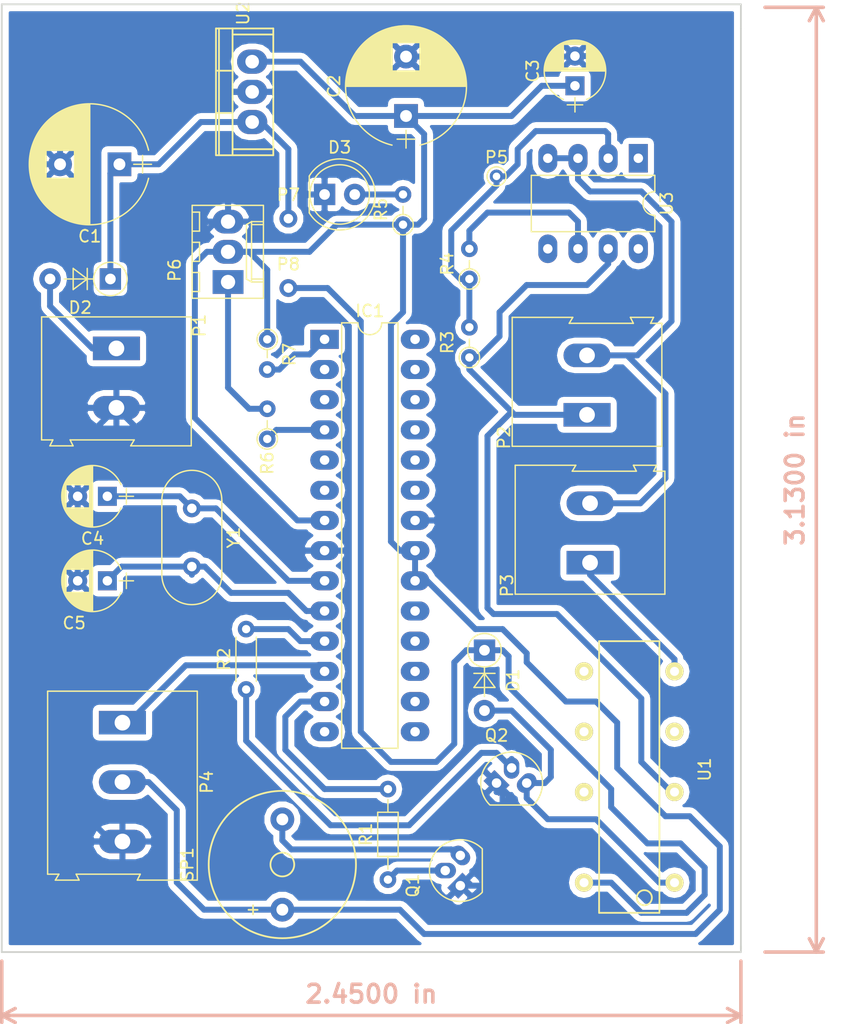
<source format=kicad_pcb>
(kicad_pcb (version 4) (host pcbnew 4.0.1-stable)
  (layers (0 F.Cu signal) (31 B.Cu signal) (34 B.Paste user) (35 F.Paste user) (36 B.SilkS user) (37 F.SilkS user) (38 B.Mask user) (39 F.Mask user) (44 Edge.Cuts user))
  (net 0 "")
  (net 1 12V)
  (net 2 GND)
  (net 3 5V)
  (net 4 "Net-(C4-Pad1)")
  (net 5 "Net-(C5-Pad1)")
  (net 6 "Net-(D1-Pad2)")
  (net 7 "Net-(D2-Pad2)")
  (net 8 "Net-(D3-Pad2)")
  (net 9 RST)
  (net 10 "Net-(IC1-Pad15)")
  (net 11 "Net-(IC1-Pad2)")
  (net 12 "Net-(IC1-Pad16)")
  (net 13 "Net-(IC1-Pad3)")
  (net 14 S_Rx)
  (net 15 "Net-(IC1-Pad5)")
  (net 16 "Net-(IC1-Pad6)")
  (net 17 "Net-(IC1-Pad24)")
  (net 18 C_IGNICION)
  (net 19 "Net-(IC1-Pad25)")
  (net 20 C_SERVO)
  (net 21 "Net-(IC1-Pad26)")
  (net 22 C_BUZZER)
  (net 23 "Net-(IC1-Pad27)")
  (net 24 "Net-(IC1-Pad14)")
  (net 25 "Net-(IC1-Pad28)")
  (net 26 VB2)
  (net 27 GND_2)
  (net 28 HV_C)
  (net 29 "Net-(Q2-Pad2)")
  (net 30 "Net-(U1-Pad3)")
  (net 31 "Net-(U1-Pad5)")
  (net 32 "Net-(U1-Pad6)")
  (net 33 "Net-(U1-Pad7)")
  (net 34 "Net-(U3-Pad1)")
  (net 35 "Net-(U3-Pad5)")
  (net 36 "Net-(IC1-Pad17)")
  (net 37 "Net-(IC1-Pad18)")
  (net 38 "Net-(IC1-Pad19)")
  (net 39 "Net-(P5-Pad1)")
  (net 40 "Net-(P6-Pad1)")
  (net 41 "Net-(Q1-Pad2)")
  (net 42 "Net-(Q1-Pad3)")
  (net 43 "Net-(R4-Pad2)")
  (net 44 "Net-(IC1-Pad23)")
  (net 45 12V_1)
  (module Housings_DIP:DIP-28_W7.62mm_LongPads (layer F.Cu) (at 186.944 90.424)
    (fp_text reference IC1 (at 3.81 -2.39) (layer F.SilkS))
    (fp_text value ATMEGA8-P)
    (pad 1 thru_hole rect (at 0 0) (size 2.4 1.6) (drill 0.8) (layers *.Cu *.Mask) (net 9 RST))
    (pad 15 thru_hole oval (at 7.62 33.02) (size 2.4 1.6) (drill 0.8) (layers *.Cu *.Mask) (net 10 "Net-(IC1-Pad15)"))
    (pad 2 thru_hole oval (at 0 2.54) (size 2.4 1.6) (drill 0.8) (layers *.Cu *.Mask) (net 11 "Net-(IC1-Pad2)"))
    (pad 16 thru_hole oval (at 7.62 30.48) (size 2.4 1.6) (drill 0.8) (layers *.Cu *.Mask) (net 12 "Net-(IC1-Pad16)"))
    (pad 3 thru_hole oval (at 0 5.08) (size 2.4 1.6) (drill 0.8) (layers *.Cu *.Mask) (net 13 "Net-(IC1-Pad3)"))
    (pad 17 thru_hole oval (at 7.62 27.94) (size 2.4 1.6) (drill 0.8) (layers *.Cu *.Mask) (net 36 "Net-(IC1-Pad17)"))
    (pad 4 thru_hole oval (at 0 7.62) (size 2.4 1.6) (drill 0.8) (layers *.Cu *.Mask) (net 14 S_Rx))
    (pad 18 thru_hole oval (at 7.62 25.4) (size 2.4 1.6) (drill 0.8) (layers *.Cu *.Mask) (net 37 "Net-(IC1-Pad18)"))
    (pad 5 thru_hole oval (at 0 10.16) (size 2.4 1.6) (drill 0.8) (layers *.Cu *.Mask) (net 15 "Net-(IC1-Pad5)"))
    (pad 19 thru_hole oval (at 7.62 22.86) (size 2.4 1.6) (drill 0.8) (layers *.Cu *.Mask) (net 38 "Net-(IC1-Pad19)"))
    (pad 6 thru_hole oval (at 0 12.7) (size 2.4 1.6) (drill 0.8) (layers *.Cu *.Mask) (net 16 "Net-(IC1-Pad6)"))
    (pad 20 thru_hole oval (at 7.62 20.32) (size 2.4 1.6) (drill 0.8) (layers *.Cu *.Mask) (net 3 5V))
    (pad 7 thru_hole oval (at 0 15.24) (size 2.4 1.6) (drill 0.8) (layers *.Cu *.Mask) (net 3 5V))
    (pad 21 thru_hole oval (at 7.62 17.78) (size 2.4 1.6) (drill 0.8) (layers *.Cu *.Mask) (net 3 5V))
    (pad 8 thru_hole oval (at 0 17.78) (size 2.4 1.6) (drill 0.8) (layers *.Cu *.Mask) (net 2 GND))
    (pad 22 thru_hole oval (at 7.62 15.24) (size 2.4 1.6) (drill 0.8) (layers *.Cu *.Mask) (net 2 GND))
    (pad 9 thru_hole oval (at 0 20.32) (size 2.4 1.6) (drill 0.8) (layers *.Cu *.Mask) (net 4 "Net-(C4-Pad1)"))
    (pad 23 thru_hole oval (at 7.62 12.7) (size 2.4 1.6) (drill 0.8) (layers *.Cu *.Mask) (net 44 "Net-(IC1-Pad23)"))
    (pad 10 thru_hole oval (at 0 22.86) (size 2.4 1.6) (drill 0.8) (layers *.Cu *.Mask) (net 5 "Net-(C5-Pad1)"))
    (pad 24 thru_hole oval (at 7.62 10.16) (size 2.4 1.6) (drill 0.8) (layers *.Cu *.Mask) (net 17 "Net-(IC1-Pad24)"))
    (pad 11 thru_hole oval (at 0 25.4) (size 2.4 1.6) (drill 0.8) (layers *.Cu *.Mask) (net 18 C_IGNICION))
    (pad 25 thru_hole oval (at 7.62 7.62) (size 2.4 1.6) (drill 0.8) (layers *.Cu *.Mask) (net 19 "Net-(IC1-Pad25)"))
    (pad 12 thru_hole oval (at 0 27.94) (size 2.4 1.6) (drill 0.8) (layers *.Cu *.Mask) (net 20 C_SERVO))
    (pad 26 thru_hole oval (at 7.62 5.08) (size 2.4 1.6) (drill 0.8) (layers *.Cu *.Mask) (net 21 "Net-(IC1-Pad26)"))
    (pad 13 thru_hole oval (at 0 30.48) (size 2.4 1.6) (drill 0.8) (layers *.Cu *.Mask) (net 22 C_BUZZER))
    (pad 27 thru_hole oval (at 7.62 2.54) (size 2.4 1.6) (drill 0.8) (layers *.Cu *.Mask) (net 23 "Net-(IC1-Pad27)"))
    (pad 14 thru_hole oval (at 0 33.02) (size 2.4 1.6) (drill 0.8) (layers *.Cu *.Mask) (net 24 "Net-(IC1-Pad14)"))
    (pad 28 thru_hole oval (at 7.62 0) (size 2.4 1.6) (drill 0.8) (layers *.Cu *.Mask) (net 25 "Net-(IC1-Pad28)"))
  )
  (module Buzzers_Beepers:Buzzer_12x9.5RM7.6 (layer F.Cu) (at 183.388 134.62 90)
    (fp_text reference SP1 (at 0 -8.001 90) (layer F.SilkS))
    (fp_text value SPEAKER)
    (fp_text user + (at -3.81 -2.54 90) (layer F.SilkS))
    (pad 1 thru_hole circle (at -3.79984 0 90) (size 2 2) (drill 1.00076) (layers *.Cu *.Mask) (net 3 5V))
    (pad 2 thru_hole circle (at 3.79984 0 90) (size 2 2) (drill 1.00076) (layers *.Cu *.Mask) (net 42 "Net-(Q1-Pad3)"))
  )
  (module Capacitors_ThroughHole:CP_Radial_D10.0mm_P5.00mm (layer F.Cu) (at 169.672 75.692 180)
    (fp_text reference C1 (at 2.5 -6.06 180) (layer F.SilkS))
    (fp_text value 1000u/16V)
    (pad 1 thru_hole rect (at 0 0 180) (size 2 2) (drill 1) (layers *.Cu *.Mask) (net 1 12V))
    (pad 2 thru_hole circle (at 5 0 180) (size 2 2) (drill 1) (layers *.Cu *.Mask) (net 2 GND))
  )
  (module Capacitors_ThroughHole:CP_Radial_D10.0mm_P5.00mm (layer F.Cu) (at 193.802 71.628 90)
    (fp_text reference C2 (at 2.5 -6.06 90) (layer F.SilkS))
    (fp_text value 1000u/16V)
    (pad 1 thru_hole rect (at 0 0 90) (size 2 2) (drill 1) (layers *.Cu *.Mask) (net 3 5V))
    (pad 2 thru_hole circle (at 5 0 90) (size 2 2) (drill 1) (layers *.Cu *.Mask) (net 2 GND))
  )
  (module Capacitors_ThroughHole:CP_Radial_D5.0mm_P2.50mm (layer F.Cu) (at 208.026 69.088 90)
    (fp_text reference C3 (at 1.25 -3.56 90) (layer F.SilkS))
    (fp_text value 104)
    (pad 1 thru_hole rect (at 0 0 90) (size 1.6 1.6) (drill 0.8) (layers *.Cu *.Mask) (net 3 5V))
    (pad 2 thru_hole circle (at 2.5 0 90) (size 1.6 1.6) (drill 0.8) (layers *.Cu *.Mask) (net 2 GND))
  )
  (module Capacitors_ThroughHole:CP_Radial_D5.0mm_P2.50mm (layer F.Cu) (at 168.656 103.632 180)
    (fp_text reference C4 (at 1.25 -3.56 180) (layer F.SilkS))
    (fp_text value 22p)
    (pad 1 thru_hole rect (at 0 0 180) (size 1.6 1.6) (drill 0.8) (layers *.Cu *.Mask) (net 4 "Net-(C4-Pad1)"))
    (pad 2 thru_hole circle (at 2.5 0 180) (size 1.6 1.6) (drill 0.8) (layers *.Cu *.Mask) (net 2 GND))
  )
  (module Capacitors_ThroughHole:CP_Radial_D5.0mm_P2.50mm (layer F.Cu) (at 168.656 110.744 180)
    (fp_text reference C5 (at 2.794 -3.556 180) (layer F.SilkS))
    (fp_text value 22p)
    (pad 1 thru_hole rect (at 0 0 180) (size 1.6 1.6) (drill 0.8) (layers *.Cu *.Mask) (net 5 "Net-(C5-Pad1)"))
    (pad 2 thru_hole circle (at 2.5 0 180) (size 1.6 1.6) (drill 0.8) (layers *.Cu *.Mask) (net 2 GND))
  )
  (module Diodes_ThroughHole:D_A-405_P5.08mm_Vertical_AnodeUp (layer F.Cu) (at 200.406 116.586 270)
    (fp_text reference D1 (at 2.54 -2.41 270) (layer F.SilkS))
    (fp_text value 1N4004)
    (pad 1 thru_hole rect (at 0 0 270) (size 1.8 1.8) (drill 0.9) (layers *.Cu *.Mask) (net 45 12V_1))
    (pad 2 thru_hole oval (at 5.08 0 270) (size 1.8 1.8) (drill 0.9) (layers *.Cu *.Mask) (net 6 "Net-(D1-Pad2)"))
  )
  (module Diodes_ThroughHole:D_A-405_P5.08mm_Vertical_AnodeUp (layer F.Cu) (at 168.91 85.344 180)
    (fp_text reference D2 (at 2.54 -2.41 180) (layer F.SilkS))
    (fp_text value 1N4004)
    (pad 1 thru_hole rect (at 0 0 180) (size 1.8 1.8) (drill 0.9) (layers *.Cu *.Mask) (net 1 12V))
    (pad 2 thru_hole oval (at 5.08 0 180) (size 1.8 1.8) (drill 0.9) (layers *.Cu *.Mask) (net 7 "Net-(D2-Pad2)"))
  )
  (module Connect:AK300-2 (layer F.Cu) (at 169.418 91.186 270)
    (fp_text reference P1 (at -1.92 -6.99 270) (layer F.SilkS))
    (fp_text value Bateria1)
    (pad 1 thru_hole rect (at 0 0 270) (size 1.98 3.96) (drill 1.32) (layers *.Cu F.Paste F.Mask) (net 7 "Net-(D2-Pad2)"))
    (pad 2 thru_hole oval (at 5 0 270) (size 1.98 3.96) (drill 1.32) (layers *.Cu F.Paste F.Mask) (net 2 GND))
  )
  (module Resistors_ThroughHole:R_Axial_DIN0204_L3.6mm_D1.6mm_P2.54mm_Vertical (layer F.Cu) (at 199.136 85.344 90)
    (fp_text reference R4 (at 1.27 -1.86 90) (layer F.SilkS))
    (fp_text value 100k)
    (pad 1 thru_hole circle (at 0 0 90) (size 1.4 1.4) (drill 0.7) (layers *.Cu *.Mask) (net 39 "Net-(P5-Pad1)"))
    (pad 2 thru_hole oval (at 2.54 0 90) (size 1.4 1.4) (drill 0.7) (layers *.Cu *.Mask) (net 43 "Net-(R4-Pad2)"))
  )
  (module Resistors_ThroughHole:R_Axial_DIN0204_L3.6mm_D1.6mm_P2.54mm_Vertical (layer F.Cu) (at 193.548 80.772 90)
    (fp_text reference R5 (at 1.27 -1.86 90) (layer F.SilkS))
    (fp_text value 1k)
    (pad 1 thru_hole circle (at 0 0 90) (size 1.4 1.4) (drill 0.7) (layers *.Cu *.Mask) (net 3 5V))
    (pad 2 thru_hole oval (at 2.54 0 90) (size 1.4 1.4) (drill 0.7) (layers *.Cu *.Mask) (net 8 "Net-(D3-Pad2)"))
  )
  (module Resistors_ThroughHole:R_Axial_DIN0204_L3.6mm_D1.6mm_P2.54mm_Vertical (layer F.Cu) (at 182.118 98.806 90)
    (fp_text reference R6 (at -2.032 0 90) (layer F.SilkS))
    (fp_text value 1k)
    (pad 1 thru_hole circle (at 0 0 90) (size 1.4 1.4) (drill 0.7) (layers *.Cu *.Mask) (net 14 S_Rx))
    (pad 2 thru_hole oval (at 2.54 0 90) (size 1.4 1.4) (drill 0.7) (layers *.Cu *.Mask) (net 40 "Net-(P6-Pad1)"))
  )
  (module HK19F:HK19F (layer F.Cu) (at 216.408 136.144 90)
    (fp_text reference U1 (at 9.525 2.54 90) (layer F.SilkS))
    (fp_text value Relay_P)
    (pad 1 thru_hole oval (at 0 0 90) (size 1.524 1.524) (drill 0.762) (layers *.Cu *.Mask F.SilkS) (net 6 "Net-(D1-Pad2)"))
    (pad 2 thru_hole oval (at 7.62 0 90) (size 1.524 1.524) (drill 0.762) (layers *.Cu *.Mask F.SilkS) (net 26 VB2))
    (pad 3 thru_hole oval (at 12.7 0 90) (size 1.524 1.524) (drill 0.762) (layers *.Cu *.Mask F.SilkS) (net 30 "Net-(U1-Pad3)"))
    (pad 4 thru_hole oval (at 17.78 0 90) (size 1.524 1.524) (drill 0.762) (layers *.Cu *.Mask F.SilkS) (net 28 HV_C))
    (pad 5 thru_hole oval (at 17.78 -7.62 90) (size 1.524 1.524) (drill 0.762) (layers *.Cu *.Mask F.SilkS) (net 31 "Net-(U1-Pad5)"))
    (pad 6 thru_hole oval (at 12.7 -7.62 90) (size 1.524 1.524) (drill 0.762) (layers *.Cu *.Mask F.SilkS) (net 32 "Net-(U1-Pad6)"))
    (pad 7 thru_hole oval (at 7.62 -7.62 90) (size 1.524 1.524) (drill 0.762) (layers *.Cu *.Mask F.SilkS) (net 33 "Net-(U1-Pad7)"))
    (pad 8 thru_hole oval (at 0 -7.62 90) (size 1.524 1.524) (drill 0.762) (layers *.Cu *.Mask F.SilkS) (net 45 12V_1))
  )
  (module Power_Integrations:TO-220 (layer F.Cu) (at 180.848 69.596 90)
    (fp_text reference U2 (at 6.604 -0.762 90) (layer F.SilkS))
    (fp_text value LM7805CT)
    (pad 2 thru_hole oval (at 0 0 90) (size 2.032 2.54) (drill 1.143) (layers *.Cu *.Mask) (net 2 GND))
    (pad 3 thru_hole oval (at 2.54 0 90) (size 2.032 2.54) (drill 1.143) (layers *.Cu *.Mask) (net 3 5V))
    (pad 1 thru_hole oval (at -2.54 0 90) (size 2.032 2.54) (drill 1.143) (layers *.Cu *.Mask) (net 1 12V))
  )
  (module Housings_DIP:DIP-8_W7.62mm_LongPads (layer F.Cu) (at 213.36 75.184 270)
    (fp_text reference U3 (at 3.81 -2.39 270) (layer F.SilkS))
    (fp_text value LM741)
    (pad 1 thru_hole rect (at 0 0 270) (size 2.4 1.6) (drill 0.8) (layers *.Cu *.Mask) (net 34 "Net-(U3-Pad1)"))
    (pad 5 thru_hole oval (at 7.62 7.62 270) (size 2.4 1.6) (drill 0.8) (layers *.Cu *.Mask) (net 35 "Net-(U3-Pad5)"))
    (pad 2 thru_hole oval (at 0 2.54 270) (size 2.4 1.6) (drill 0.8) (layers *.Cu *.Mask) (net 39 "Net-(P5-Pad1)"))
    (pad 6 thru_hole oval (at 7.62 5.08 270) (size 2.4 1.6) (drill 0.8) (layers *.Cu *.Mask) (net 43 "Net-(R4-Pad2)"))
    (pad 3 thru_hole oval (at 0 5.08 270) (size 2.4 1.6) (drill 0.8) (layers *.Cu *.Mask) (net 27 GND_2))
    (pad 7 thru_hole oval (at 7.62 2.54 270) (size 2.4 1.6) (drill 0.8) (layers *.Cu *.Mask) (net 26 VB2))
    (pad 4 thru_hole oval (at 0 7.62 270) (size 2.4 1.6) (drill 0.8) (layers *.Cu *.Mask) (net 27 GND_2))
    (pad 8 thru_hole oval (at 7.62 0 270) (size 2.4 1.6) (drill 0.8) (layers *.Cu *.Mask))
  )
  (module Crystals:Crystal_HC18-U_Vertical (layer F.Cu) (at 175.768 104.648 270)
    (fp_text reference Y1 (at 2.45 -3.525 270) (layer F.SilkS))
    (fp_text value 16MHz)
    (pad 1 thru_hole circle (at 0 0 270) (size 1.5 1.5) (drill 0.8) (layers *.Cu *.Mask) (net 4 "Net-(C4-Pad1)"))
    (pad 2 thru_hole circle (at 4.9 0 270) (size 1.5 1.5) (drill 0.8) (layers *.Cu *.Mask) (net 5 "Net-(C5-Pad1)"))
  )
  (module LEDs:LED_D5.0mm (layer F.Cu) (at 186.944 78.232)
    (fp_text reference D3 (at 1.27 -3.96) (layer F.SilkS))
    (fp_text value TEST)
    (pad 1 thru_hole rect (at 0 0) (size 1.8 1.8) (drill 0.9) (layers *.Cu *.Mask) (net 2 GND))
    (pad 2 thru_hole circle (at 2.54 0) (size 1.8 1.8) (drill 0.9) (layers *.Cu *.Mask) (net 8 "Net-(D3-Pad2)"))
  )
  (module Connect:AK300-2 (layer F.Cu) (at 209.042 96.774 90)
    (fp_text reference P2 (at -1.92 -6.99 90) (layer F.SilkS))
    (fp_text value Bateria2)
    (pad 1 thru_hole rect (at 0 0 90) (size 1.98 3.96) (drill 1.32) (layers *.Cu F.Paste F.Mask) (net 26 VB2))
    (pad 2 thru_hole oval (at 5 0 90) (size 1.98 3.96) (drill 1.32) (layers *.Cu F.Paste F.Mask) (net 27 GND_2))
  )
  (module Connect:AK300-2 (layer F.Cu) (at 209.296 109.22 90)
    (fp_text reference P3 (at -1.92 -6.99 90) (layer F.SilkS))
    (fp_text value "HV Source")
    (pad 1 thru_hole rect (at 0 0 90) (size 1.98 3.96) (drill 1.32) (layers *.Cu F.Paste F.Mask) (net 28 HV_C))
    (pad 2 thru_hole oval (at 5 0 90) (size 1.98 3.96) (drill 1.32) (layers *.Cu F.Paste F.Mask) (net 27 GND_2))
  )
  (module TO_SOT_Packages_THT:TO-92_Molded_Narrow_Oval (layer F.Cu) (at 198.374 136.398 90)
    (fp_text reference Q1 (at 0 -4 90) (layer F.SilkS))
    (fp_text value 2n3904)
    (pad 2 thru_hole oval (at 1.27 -1.27 180) (size 1.8 1.3) (drill 0.8) (layers *.Cu *.Mask) (net 41 "Net-(Q1-Pad2)"))
    (pad 1 thru_hole rect (at 0 0 135) (size 1.3 1.8) (drill 0.8) (layers *.Cu *.Mask) (net 2 GND))
    (pad 3 thru_hole oval (at 2.54 0 135) (size 1.8 1.3) (drill 0.8) (layers *.Cu *.Mask) (net 42 "Net-(Q1-Pad3)"))
  )
  (module TO_SOT_Packages_THT:TO-92_Molded_Narrow_Oval (layer F.Cu) (at 201.422 127.762)
    (fp_text reference Q2 (at 0 -4) (layer F.SilkS))
    (fp_text value 2n3904)
    (pad 2 thru_hole oval (at 1.27 -1.27 90) (size 1.8 1.3) (drill 0.8) (layers *.Cu *.Mask) (net 29 "Net-(Q2-Pad2)"))
    (pad 1 thru_hole rect (at 0 0 45) (size 1.3 1.8) (drill 0.8) (layers *.Cu *.Mask) (net 2 GND))
    (pad 3 thru_hole oval (at 2.54 0 45) (size 1.8 1.3) (drill 0.8) (layers *.Cu *.Mask) (net 6 "Net-(D1-Pad2)"))
  )
  (module Resistors_ThroughHole:R_Axial_DIN0204_L3.6mm_D1.6mm_P2.54mm_Vertical (layer F.Cu) (at 199.136 91.948 90)
    (fp_text reference R3 (at 1.27 -1.86 90) (layer F.SilkS))
    (fp_text value 100k)
    (pad 1 thru_hole circle (at 0 0 90) (size 1.4 1.4) (drill 0.7) (layers *.Cu *.Mask) (net 26 VB2))
    (pad 2 thru_hole oval (at 2.54 0 90) (size 1.4 1.4) (drill 0.7) (layers *.Cu *.Mask) (net 39 "Net-(P5-Pad1)"))
  )
  (module Resistors_ThroughHole:R_Axial_DIN0204_L3.6mm_D1.6mm_P2.54mm_Vertical (layer F.Cu) (at 182.118 90.424 270)
    (fp_text reference R7 (at 1.27 -1.86 270) (layer F.SilkS))
    (fp_text value 10k)
    (pad 1 thru_hole circle (at 0 0 270) (size 1.4 1.4) (drill 0.7) (layers *.Cu *.Mask) (net 3 5V))
    (pad 2 thru_hole oval (at 2.54 0 270) (size 1.4 1.4) (drill 0.7) (layers *.Cu *.Mask) (net 9 RST))
  )
  (module Connect:AK300-3 (layer F.Cu) (at 169.926 122.682 270)
    (fp_text reference P4 (at 5 -7.1 270) (layer F.SilkS))
    (fp_text value Servo)
    (pad 1 thru_hole rect (at 0 0 270) (size 1.98 3.96) (drill 1.32) (layers *.Cu F.Paste F.Mask) (net 20 C_SERVO))
    (pad 2 thru_hole oval (at 5 0 270) (size 1.98 3.96) (drill 1.32) (layers *.Cu F.Paste F.Mask) (net 3 5V))
    (pad 3 thru_hole oval (at 10 0 270) (size 1.98 3.96) (drill 1.32) (layers *.Cu F.Paste F.Mask) (net 2 GND))
  )
  (module Connectors_Molex:Molex_KK-6410-03_03x2.54mm_Straight (layer F.Cu) (at 178.816 85.598 90)
    (fp_text reference P6 (at 1 -4.5 90) (layer F.SilkS))
    (fp_text value RX)
    (pad 1 thru_hole rect (at 0 0 90) (size 2 2.6) (drill 1.2) (layers *.Cu *.Mask) (net 40 "Net-(P6-Pad1)"))
    (pad 2 thru_hole oval (at 2.54 0 90) (size 2 2.6) (drill 1.2) (layers *.Cu *.Mask) (net 3 5V))
    (pad 3 thru_hole oval (at 5.08 0 90) (size 2 2.6) (drill 1.2) (layers *.Cu *.Mask) (net 2 GND))
  )
  (module Connect:PINTST (layer F.Cu) (at 201.422 76.708)
    (fp_text reference P5 (at 0 -1.6) (layer F.SilkS))
    (fp_text value GND_V)
    (pad 1 thru_hole circle (at 0 0) (size 1.143 1.143) (drill 0.635) (layers *.Cu *.Mask) (net 39 "Net-(P5-Pad1)"))
  )
  (module Resistors_ThroughHole:R_Axial_DIN0204_L3.6mm_D1.6mm_P7.62mm_Horizontal (layer F.Cu) (at 192.278 135.89 90)
    (fp_text reference R1 (at 3.81 -1.86 90) (layer F.SilkS))
    (fp_text value 1k)
    (pad 1 thru_hole circle (at 0 0 90) (size 1.4 1.4) (drill 0.7) (layers *.Cu *.Mask) (net 41 "Net-(Q1-Pad2)"))
    (pad 2 thru_hole oval (at 7.62 0 90) (size 1.4 1.4) (drill 0.7) (layers *.Cu *.Mask) (net 22 C_BUZZER))
  )
  (module Resistors_ThroughHole:R_Axial_DIN0204_L3.6mm_D1.6mm_P5.08mm_Horizontal (layer F.Cu) (at 180.34 119.888 90)
    (fp_text reference R2 (at 2.54 -1.86 90) (layer F.SilkS))
    (fp_text value 1k)
    (pad 1 thru_hole circle (at 0 0 90) (size 1.4 1.4) (drill 0.7) (layers *.Cu *.Mask) (net 29 "Net-(Q2-Pad2)"))
    (pad 2 thru_hole oval (at 5.08 0 90) (size 1.4 1.4) (drill 0.7) (layers *.Cu *.Mask) (net 18 C_IGNICION))
  )
  (module Measurement_Points:Measurement_Point_Round-TH_Small (layer F.Cu) (at 183.896 80.264)
    (fp_text reference P7 (at 0 -2) (layer F.SilkS))
    (fp_text value 12V)
    (pad 1 thru_hole circle (at 0 0) (size 1.5 1.5) (drill 0.8) (layers *.Cu *.Mask) (net 1 12V))
  )
  (module Measurement_Points:Measurement_Point_Round-TH_Small (layer F.Cu) (at 183.896 86.106)
    (fp_text reference P8 (at 0 -2) (layer F.SilkS))
    (fp_text value 12V_1)
    (pad 1 thru_hole circle (at 0 0) (size 1.5 1.5) (drill 0.8) (layers *.Cu *.Mask) (net 45 12V_1))
  )
  (dimension 79.502 (width 0.3) (layer B.SilkS) (gr_text "79,502 mm" (at 229.696 102.235 90) (layer B.SilkS) (effects (font (size 1.5 1.5) (thickness 0.3)))) (feature1 (pts (xy 224.028 62.484) (xy 231.046 62.484))) (feature2 (pts (xy 224.028 141.986) (xy 231.046 141.986))) (crossbar (pts (xy 228.346 141.986) (xy 228.346 62.484))) (arrow1a (pts (xy 228.346 62.484) (xy 228.932421 63.610504))) (arrow1b (pts (xy 228.346 62.484) (xy 227.759579 63.610504))) (arrow2a (pts (xy 228.346 141.986) (xy 228.932421 140.859496))) (arrow2b (pts (xy 228.346 141.986) (xy 227.759579 140.859496))))
  (dimension 62.23 (width 0.3) (layer B.SilkS) (gr_text "62,230 mm" (at 190.881 148.67) (layer B.SilkS) (effects (font (size 1.5 1.5) (thickness 0.3)))) (feature1 (pts (xy 221.996 142.748) (xy 221.996 150.02))) (feature2 (pts (xy 159.766 142.748) (xy 159.766 150.02))) (crossbar (pts (xy 159.766 147.32) (xy 221.996 147.32))) (arrow1a (pts (xy 221.996 147.32) (xy 220.869496 147.906421))) (arrow1b (pts (xy 221.996 147.32) (xy 220.869496 146.733579))) (arrow2a (pts (xy 159.766 147.32) (xy 160.892504 147.906421))) (arrow2b (pts (xy 159.766 147.32) (xy 160.892504 146.733579))))
  (gr_line (start 221.996 141.986) (end 221.996 141.478) (angle 90) (layer Edge.Cuts) (width 0.15))
  (gr_line (start 159.766 141.986) (end 221.996 141.986) (angle 90) (layer Edge.Cuts) (width 0.15))
  (gr_line (start 159.766 62.23) (end 159.766 141.986) (angle 90) (layer Edge.Cuts) (width 0.15))
  (gr_line (start 221.996 62.23) (end 159.766 62.23) (angle 90) (layer Edge.Cuts) (width 0.15))
  (gr_line (start 221.996 64.262) (end 221.996 62.23) (angle 90) (layer Edge.Cuts) (width 0.15))
  (gr_line (start 221.996 141.732) (end 221.996 64.262) (angle 90) (layer Edge.Cuts) (width 0.15))
  (segment (start 183.896 80.264) (end 183.896 74.422) (width 0.5) (layer B.Cu) (net 1))
  (segment (start 183.896 74.422) (end 181.61 72.136) (width 0.5) (layer B.Cu) (net 1))
  (segment (start 181.61 72.136) (end 180.848 72.136) (width 0.5) (layer B.Cu) (net 1))
  (segment (start 169.672 75.692) (end 172.974 75.692) (width 0.5) (layer B.Cu) (net 1))
  (segment (start 176.53 72.136) (end 180.848 72.136) (width 0.5) (layer B.Cu) (net 1))
  (segment (start 172.974 75.692) (end 176.53 72.136) (width 0.5) (layer B.Cu) (net 1))
  (segment (start 168.91 85.344) (end 168.91 76.454) (width 0.5) (layer B.Cu) (net 1))
  (segment (start 168.91 76.454) (end 169.672 75.692) (width 0.5) (layer B.Cu) (net 1))
  (segment (start 198.374 136.398) (end 200.66 136.398) (width 0.5) (layer B.Cu) (net 2))
  (segment (start 201.93 135.128) (end 201.93 128.27) (width 0.5) (layer B.Cu) (net 2))
  (segment (start 200.66 136.398) (end 201.93 135.128) (width 0.5) (layer B.Cu) (net 2))
  (segment (start 201.93 128.27) (end 201.422 127.762) (width 0.5) (layer B.Cu) (net 2))
  (segment (start 169.926 132.682) (end 169.004 132.682) (width 0.5) (layer B.Cu) (net 2))
  (segment (start 169.004 132.682) (end 166.37 130.048) (width 0.5) (layer B.Cu) (net 2))
  (segment (start 197.358 137.414) (end 198.374 136.398) (width 0.5) (layer B.Cu) (net 2))
  (segment (start 190.5 137.414) (end 197.358 137.414) (width 0.5) (layer B.Cu) (net 2))
  (segment (start 188.722 135.636) (end 190.5 137.414) (width 0.5) (layer B.Cu) (net 2))
  (segment (start 184.15 135.636) (end 188.722 135.636) (width 0.5) (layer B.Cu) (net 2))
  (segment (start 173.99 125.476) (end 184.15 135.636) (width 0.5) (layer B.Cu) (net 2))
  (segment (start 167.894 125.476) (end 173.99 125.476) (width 0.5) (layer B.Cu) (net 2))
  (segment (start 166.37 127) (end 167.894 125.476) (width 0.5) (layer B.Cu) (net 2))
  (segment (start 166.37 130.048) (end 166.37 127) (width 0.5) (layer B.Cu) (net 2))
  (segment (start 201.422 128.524) (end 201.422 127.762) (width 0.5) (layer B.Cu) (net 2))
  (segment (start 198.374 136.398) (end 198.12 136.398) (width 0.5) (layer B.Cu) (net 2))
  (segment (start 186.944 108.204) (end 184.658 108.204) (width 0.5) (layer B.Cu) (net 2))
  (segment (start 173.054 99.822) (end 169.418 96.186) (width 0.5) (layer B.Cu) (net 2))
  (segment (start 176.276 99.822) (end 173.054 99.822) (width 0.5) (layer B.Cu) (net 2))
  (segment (start 184.658 108.204) (end 176.276 99.822) (width 0.5) (layer B.Cu) (net 2))
  (segment (start 194.564 105.664) (end 196.85 105.664) (width 0.5) (layer B.Cu) (net 2))
  (segment (start 210.098 66.588) (end 208.026 66.588) (width 0.5) (layer B.Cu) (net 2))
  (segment (start 211.328 67.818) (end 210.098 66.588) (width 0.5) (layer B.Cu) (net 2))
  (segment (start 211.328 70.104) (end 211.328 67.818) (width 0.5) (layer B.Cu) (net 2))
  (segment (start 210.312 71.12) (end 211.328 70.104) (width 0.5) (layer B.Cu) (net 2))
  (segment (start 204.978 71.12) (end 210.312 71.12) (width 0.5) (layer B.Cu) (net 2))
  (segment (start 201.93 74.168) (end 204.978 71.12) (width 0.5) (layer B.Cu) (net 2))
  (segment (start 200.66 74.168) (end 201.93 74.168) (width 0.5) (layer B.Cu) (net 2))
  (segment (start 198.374 76.454) (end 200.66 74.168) (width 0.5) (layer B.Cu) (net 2))
  (segment (start 198.374 78.74) (end 198.374 76.454) (width 0.5) (layer B.Cu) (net 2))
  (segment (start 195.834 81.28) (end 198.374 78.74) (width 0.5) (layer B.Cu) (net 2))
  (segment (start 195.834 85.598) (end 195.834 81.28) (width 0.5) (layer B.Cu) (net 2))
  (segment (start 197.104 86.868) (end 195.834 85.598) (width 0.5) (layer B.Cu) (net 2))
  (segment (start 197.104 105.41) (end 197.104 86.868) (width 0.5) (layer B.Cu) (net 2))
  (segment (start 196.85 105.664) (end 197.104 105.41) (width 0.5) (layer B.Cu) (net 2))
  (segment (start 178.816 80.518) (end 177.8 80.518) (width 0.5) (layer B.Cu) (net 2))
  (segment (start 177.8 80.518) (end 173.228 85.09) (width 0.5) (layer B.Cu) (net 2))
  (segment (start 173.228 85.09) (end 173.228 95.25) (width 0.5) (layer B.Cu) (net 2))
  (segment (start 173.228 95.25) (end 172.292 96.186) (width 0.5) (layer B.Cu) (net 2))
  (segment (start 172.292 96.186) (end 169.418 96.186) (width 0.5) (layer B.Cu) (net 2))
  (segment (start 186.944 78.232) (end 186.944 72.39) (width 0.5) (layer B.Cu) (net 2))
  (segment (start 184.15 69.596) (end 180.848 69.596) (width 0.5) (layer B.Cu) (net 2))
  (segment (start 186.944 72.39) (end 184.15 69.596) (width 0.5) (layer B.Cu) (net 2))
  (segment (start 169.926 132.682) (end 166.972 132.682) (width 0.5) (layer B.Cu) (net 2))
  (segment (start 165.1 111.8) (end 166.156 110.744) (width 0.5) (layer B.Cu) (net 2))
  (segment (start 165.1 130.81) (end 165.1 111.8) (width 0.5) (layer B.Cu) (net 2))
  (segment (start 166.972 132.682) (end 165.1 130.81) (width 0.5) (layer B.Cu) (net 2))
  (segment (start 166.156 110.744) (end 166.156 103.632) (width 0.5) (layer B.Cu) (net 2))
  (segment (start 166.156 103.632) (end 166.156 99.448) (width 0.5) (layer B.Cu) (net 2))
  (segment (start 166.156 99.448) (end 169.418 96.186) (width 0.5) (layer B.Cu) (net 2))
  (segment (start 180.848 69.596) (end 169.418 69.596) (width 0.5) (layer B.Cu) (net 2))
  (segment (start 164.672 74.342) (end 164.672 75.692) (width 0.5) (layer B.Cu) (net 2))
  (segment (start 169.418 69.596) (end 164.672 74.342) (width 0.5) (layer B.Cu) (net 2))
  (segment (start 169.418 96.186) (end 171.276 96.186) (width 0.5) (layer B.Cu) (net 2))
  (segment (start 193.802 66.628) (end 207.986 66.628) (width 0.5) (layer B.Cu) (net 2))
  (segment (start 207.986 66.628) (end 208.026 66.588) (width 0.5) (layer B.Cu) (net 2))
  (segment (start 169.418 96.186) (end 165.782 96.186) (width 0.5) (layer B.Cu) (net 2))
  (segment (start 165.782 96.186) (end 161.29 91.694) (width 0.5) (layer B.Cu) (net 2))
  (segment (start 161.29 91.694) (end 161.29 77.216) (width 0.5) (layer B.Cu) (net 2))
  (segment (start 161.29 77.216) (end 162.814 75.692) (width 0.5) (layer B.Cu) (net 2))
  (segment (start 162.814 75.692) (end 164.672 75.692) (width 0.5) (layer B.Cu) (net 2))
  (segment (start 180.848 69.596) (end 177.8 69.596) (width 0.5) (layer B.Cu) (net 2))
  (segment (start 191.69 64.516) (end 193.802 66.628) (width 0.5) (layer B.Cu) (net 2))
  (segment (start 178.054 64.516) (end 191.69 64.516) (width 0.5) (layer B.Cu) (net 2))
  (segment (start 176.784 65.786) (end 178.054 64.516) (width 0.5) (layer B.Cu) (net 2))
  (segment (start 176.784 68.58) (end 176.784 65.786) (width 0.5) (layer B.Cu) (net 2))
  (segment (start 177.8 69.596) (end 176.784 68.58) (width 0.5) (layer B.Cu) (net 2))
  (segment (start 193.548 80.772) (end 187.96 80.772) (width 0.5) (layer B.Cu) (net 3))
  (segment (start 185.674 83.058) (end 178.816 83.058) (width 0.5) (layer B.Cu) (net 3))
  (segment (start 187.96 80.772) (end 185.674 83.058) (width 0.5) (layer B.Cu) (net 3))
  (segment (start 183.388 138.41984) (end 193.28384 138.41984) (width 0.5) (layer B.Cu) (net 3))
  (segment (start 199.644 114.808) (end 195.58 110.744) (width 0.5) (layer B.Cu) (net 3))
  (segment (start 201.93 114.808) (end 199.644 114.808) (width 0.5) (layer B.Cu) (net 3))
  (segment (start 203.962 116.84) (end 201.93 114.808) (width 0.5) (layer B.Cu) (net 3))
  (segment (start 203.962 117.602) (end 203.962 116.84) (width 0.5) (layer B.Cu) (net 3))
  (segment (start 207.264 120.904) (end 203.962 117.602) (width 0.5) (layer B.Cu) (net 3))
  (segment (start 209.804 120.904) (end 207.264 120.904) (width 0.5) (layer B.Cu) (net 3))
  (segment (start 211.582 122.682) (end 209.804 120.904) (width 0.5) (layer B.Cu) (net 3))
  (segment (start 211.582 126.492) (end 211.582 122.682) (width 0.5) (layer B.Cu) (net 3))
  (segment (start 215.646 130.556) (end 211.582 126.492) (width 0.5) (layer B.Cu) (net 3))
  (segment (start 217.678 130.556) (end 215.646 130.556) (width 0.5) (layer B.Cu) (net 3))
  (segment (start 220.218 133.096) (end 217.678 130.556) (width 0.5) (layer B.Cu) (net 3))
  (segment (start 220.218 138.43) (end 220.218 133.096) (width 0.5) (layer B.Cu) (net 3))
  (segment (start 218.186 140.462) (end 220.218 138.43) (width 0.5) (layer B.Cu) (net 3))
  (segment (start 195.326 140.462) (end 218.186 140.462) (width 0.5) (layer B.Cu) (net 3))
  (segment (start 193.28384 138.41984) (end 195.326 140.462) (width 0.5) (layer B.Cu) (net 3))
  (segment (start 195.58 110.744) (end 194.564 110.744) (width 0.5) (layer B.Cu) (net 3))
  (segment (start 193.548 80.772) (end 193.548 88.138) (width 0.5) (layer B.Cu) (net 3))
  (segment (start 193.294 108.204) (end 194.564 108.204) (width 0.5) (layer B.Cu) (net 3))
  (segment (start 192.532 107.442) (end 193.294 108.204) (width 0.5) (layer B.Cu) (net 3))
  (segment (start 192.532 89.154) (end 192.532 107.442) (width 0.5) (layer B.Cu) (net 3))
  (segment (start 193.548 88.138) (end 192.532 89.154) (width 0.5) (layer B.Cu) (net 3))
  (segment (start 182.118 90.424) (end 182.118 84.582) (width 0.5) (layer B.Cu) (net 3))
  (segment (start 180.594 83.058) (end 178.816 83.058) (width 0.5) (layer B.Cu) (net 3))
  (segment (start 182.118 84.582) (end 180.594 83.058) (width 0.5) (layer B.Cu) (net 3))
  (segment (start 186.944 105.664) (end 184.658 105.664) (width 0.5) (layer B.Cu) (net 3))
  (segment (start 184.658 105.664) (end 176.022 97.028) (width 0.5) (layer B.Cu) (net 3))
  (segment (start 176.022 97.028) (end 176.022 84.074) (width 0.5) (layer B.Cu) (net 3))
  (segment (start 176.022 84.074) (end 177.038 83.058) (width 0.5) (layer B.Cu) (net 3))
  (segment (start 177.038 83.058) (end 178.816 83.058) (width 0.5) (layer B.Cu) (net 3))
  (segment (start 194.564 110.744) (end 194.564 108.204) (width 0.5) (layer B.Cu) (net 3))
  (segment (start 183.388 138.41984) (end 176.79416 138.41984) (width 0.5) (layer B.Cu) (net 3))
  (segment (start 172.132 127.682) (end 169.926 127.682) (width 0.5) (layer B.Cu) (net 3))
  (segment (start 174.498 130.048) (end 172.132 127.682) (width 0.5) (layer B.Cu) (net 3))
  (segment (start 174.498 136.12368) (end 174.498 130.048) (width 0.5) (layer B.Cu) (net 3))
  (segment (start 176.79416 138.41984) (end 174.498 136.12368) (width 0.5) (layer B.Cu) (net 3))
  (segment (start 193.548 80.772) (end 194.818 80.772) (width 0.5) (layer B.Cu) (net 3))
  (segment (start 195.326 73.152) (end 193.802 71.628) (width 0.5) (layer B.Cu) (net 3))
  (segment (start 195.326 80.264) (end 195.326 73.152) (width 0.5) (layer B.Cu) (net 3))
  (segment (start 194.818 80.772) (end 195.326 80.264) (width 0.5) (layer B.Cu) (net 3))
  (segment (start 193.802 71.628) (end 202.692 71.628) (width 0.5) (layer B.Cu) (net 3))
  (segment (start 205.232 69.088) (end 208.026 69.088) (width 0.5) (layer B.Cu) (net 3))
  (segment (start 202.692 71.628) (end 205.232 69.088) (width 0.5) (layer B.Cu) (net 3))
  (segment (start 180.848 67.056) (end 184.912 67.056) (width 0.5) (layer B.Cu) (net 3))
  (segment (start 189.484 71.628) (end 193.802 71.628) (width 0.5) (layer B.Cu) (net 3))
  (segment (start 184.912 67.056) (end 189.484 71.628) (width 0.5) (layer B.Cu) (net 3))
  (segment (start 175.768 104.648) (end 177.8 104.648) (width 0.5) (layer B.Cu) (net 4))
  (segment (start 183.896 110.744) (end 186.944 110.744) (width 0.5) (layer B.Cu) (net 4))
  (segment (start 177.8 104.648) (end 183.896 110.744) (width 0.5) (layer B.Cu) (net 4))
  (segment (start 168.656 103.632) (end 174.752 103.632) (width 0.5) (layer B.Cu) (net 4))
  (segment (start 174.752 103.632) (end 175.768 104.648) (width 0.5) (layer B.Cu) (net 4))
  (segment (start 186.944 113.284) (end 185.42 113.284) (width 0.5) (layer B.Cu) (net 5))
  (segment (start 176.858 109.548) (end 175.768 109.548) (width 0.5) (layer B.Cu) (net 5))
  (segment (start 179.07 111.76) (end 176.858 109.548) (width 0.5) (layer B.Cu) (net 5))
  (segment (start 183.896 111.76) (end 179.07 111.76) (width 0.5) (layer B.Cu) (net 5))
  (segment (start 185.42 113.284) (end 183.896 111.76) (width 0.5) (layer B.Cu) (net 5))
  (segment (start 175.768 109.548) (end 169.852 109.548) (width 0.5) (layer B.Cu) (net 5))
  (segment (start 169.852 109.548) (end 168.656 110.744) (width 0.5) (layer B.Cu) (net 5))
  (segment (start 175.768 110.236) (end 175.768 109.548) (width 0.5) (layer B.Cu) (net 5))
  (segment (start 216.408 136.144) (end 215.138 136.144) (width 0.5) (layer B.Cu) (net 6))
  (segment (start 203.962 129.032) (end 203.962 127.762) (width 0.5) (layer B.Cu) (net 6))
  (segment (start 205.74 130.81) (end 203.962 129.032) (width 0.5) (layer B.Cu) (net 6))
  (segment (start 209.804 130.81) (end 205.74 130.81) (width 0.5) (layer B.Cu) (net 6))
  (segment (start 215.138 136.144) (end 209.804 130.81) (width 0.5) (layer B.Cu) (net 6))
  (segment (start 200.406 121.666) (end 202.692 121.666) (width 0.5) (layer B.Cu) (net 6))
  (segment (start 205.486 127.762) (end 203.962 127.762) (width 0.5) (layer B.Cu) (net 6))
  (segment (start 205.994 127.254) (end 205.486 127.762) (width 0.5) (layer B.Cu) (net 6))
  (segment (start 205.994 124.968) (end 205.994 127.254) (width 0.5) (layer B.Cu) (net 6))
  (segment (start 202.692 121.666) (end 205.994 124.968) (width 0.5) (layer B.Cu) (net 6))
  (segment (start 200.66 121.92) (end 200.406 121.666) (width 0.5) (layer B.Cu) (net 6))
  (segment (start 169.418 91.186) (end 167.386 91.186) (width 0.5) (layer B.Cu) (net 7))
  (segment (start 163.83 87.63) (end 163.83 85.344) (width 0.5) (layer B.Cu) (net 7))
  (segment (start 167.386 91.186) (end 163.83 87.63) (width 0.5) (layer B.Cu) (net 7))
  (segment (start 193.548 78.232) (end 189.484 78.232) (width 0.5) (layer B.Cu) (net 8))
  (segment (start 182.118 92.964) (end 183.134 92.964) (width 0.5) (layer B.Cu) (net 9))
  (segment (start 185.674 91.694) (end 186.944 90.424) (width 0.5) (layer B.Cu) (net 9))
  (segment (start 184.404 91.694) (end 185.674 91.694) (width 0.5) (layer B.Cu) (net 9))
  (segment (start 183.134 92.964) (end 184.404 91.694) (width 0.5) (layer B.Cu) (net 9))
  (segment (start 186.944 98.044) (end 182.88 98.044) (width 0.5) (layer B.Cu) (net 14))
  (segment (start 182.88 98.044) (end 182.118 98.806) (width 0.5) (layer B.Cu) (net 14))
  (segment (start 180.34 114.808) (end 183.896 114.808) (width 0.5) (layer B.Cu) (net 18))
  (segment (start 184.912 115.824) (end 186.944 115.824) (width 0.5) (layer B.Cu) (net 18))
  (segment (start 183.896 114.808) (end 184.912 115.824) (width 0.5) (layer B.Cu) (net 18))
  (segment (start 169.926 122.682) (end 170.434 122.682) (width 0.5) (layer B.Cu) (net 20))
  (segment (start 170.434 122.682) (end 175.26 117.856) (width 0.5) (layer B.Cu) (net 20))
  (segment (start 175.26 117.856) (end 186.436 117.856) (width 0.5) (layer B.Cu) (net 20))
  (segment (start 186.436 117.856) (end 186.944 118.364) (width 0.5) (layer B.Cu) (net 20))
  (segment (start 192.278 128.27) (end 186.944 128.27) (width 0.5) (layer B.Cu) (net 22))
  (segment (start 184.912 120.904) (end 186.944 120.904) (width 0.5) (layer B.Cu) (net 22))
  (segment (start 183.642 122.174) (end 184.912 120.904) (width 0.5) (layer B.Cu) (net 22))
  (segment (start 183.642 124.968) (end 183.642 122.174) (width 0.5) (layer B.Cu) (net 22))
  (segment (start 186.944 128.27) (end 183.642 124.968) (width 0.5) (layer B.Cu) (net 22))
  (segment (start 216.408 128.524) (end 216.154 128.524) (width 0.5) (layer B.Cu) (net 26))
  (segment (start 216.154 128.524) (end 213.614 125.984) (width 0.5) (layer B.Cu) (net 26))
  (segment (start 213.614 125.984) (end 213.614 120.65) (width 0.5) (layer B.Cu) (net 26))
  (segment (start 213.614 120.65) (end 206.502 113.538) (width 0.5) (layer B.Cu) (net 26))
  (segment (start 206.502 113.538) (end 201.168 113.538) (width 0.5) (layer B.Cu) (net 26))
  (segment (start 201.168 113.538) (end 200.66 113.03) (width 0.5) (layer B.Cu) (net 26))
  (segment (start 200.66 113.03) (end 200.66 98.552) (width 0.5) (layer B.Cu) (net 26))
  (segment (start 200.66 98.552) (end 202.692 96.52) (width 0.5) (layer B.Cu) (net 26))
  (segment (start 199.136 91.948) (end 199.898 91.948) (width 0.5) (layer B.Cu) (net 26))
  (segment (start 210.82 84.074) (end 210.82 82.804) (width 0.5) (layer B.Cu) (net 26))
  (segment (start 209.042 85.852) (end 210.82 84.074) (width 0.5) (layer B.Cu) (net 26))
  (segment (start 203.962 85.852) (end 209.042 85.852) (width 0.5) (layer B.Cu) (net 26))
  (segment (start 201.676 88.138) (end 203.962 85.852) (width 0.5) (layer B.Cu) (net 26))
  (segment (start 201.676 90.17) (end 201.676 88.138) (width 0.5) (layer B.Cu) (net 26))
  (segment (start 199.898 91.948) (end 201.676 90.17) (width 0.5) (layer B.Cu) (net 26))
  (segment (start 199.136 91.948) (end 199.136 92.964) (width 0.5) (layer B.Cu) (net 26))
  (segment (start 202.946 96.774) (end 209.042 96.774) (width 0.5) (layer B.Cu) (net 26))
  (segment (start 199.136 92.964) (end 202.692 96.52) (width 0.5) (layer B.Cu) (net 26))
  (segment (start 202.692 96.52) (end 202.946 96.774) (width 0.5) (layer B.Cu) (net 26))
  (segment (start 208.28 75.184) (end 205.74 75.184) (width 0.5) (layer B.Cu) (net 27))
  (segment (start 209.042 91.774) (end 213.28 91.774) (width 0.5) (layer B.Cu) (net 27))
  (segment (start 208.28 76.962) (end 208.28 75.184) (width 0.5) (layer B.Cu) (net 27))
  (segment (start 209.296 77.978) (end 208.28 76.962) (width 0.5) (layer B.Cu) (net 27))
  (segment (start 213.614 77.978) (end 209.296 77.978) (width 0.5) (layer B.Cu) (net 27))
  (segment (start 216.154 80.518) (end 213.614 77.978) (width 0.5) (layer B.Cu) (net 27))
  (segment (start 216.154 88.9) (end 216.154 80.518) (width 0.5) (layer B.Cu) (net 27))
  (segment (start 213.28 91.774) (end 216.154 88.9) (width 0.5) (layer B.Cu) (net 27))
  (segment (start 209.296 104.22) (end 213.534 104.22) (width 0.5) (layer B.Cu) (net 27))
  (segment (start 212.424 91.774) (end 209.042 91.774) (width 0.5) (layer B.Cu) (net 27))
  (segment (start 215.646 94.996) (end 212.424 91.774) (width 0.5) (layer B.Cu) (net 27))
  (segment (start 215.646 102.108) (end 215.646 94.996) (width 0.5) (layer B.Cu) (net 27))
  (segment (start 213.534 104.22) (end 215.646 102.108) (width 0.5) (layer B.Cu) (net 27))
  (segment (start 216.408 118.364) (end 216.408 117.348) (width 0.5) (layer B.Cu) (net 28))
  (segment (start 209.296 110.236) (end 209.296 109.22) (width 0.5) (layer B.Cu) (net 28))
  (segment (start 216.408 117.348) (end 209.296 110.236) (width 0.5) (layer B.Cu) (net 28))
  (segment (start 180.34 119.888) (end 180.34 124.206) (width 0.5) (layer B.Cu) (net 29))
  (segment (start 201.422 125.222) (end 202.692 126.492) (width 0.5) (layer B.Cu) (net 29))
  (segment (start 200.152 125.222) (end 201.422 125.222) (width 0.5) (layer B.Cu) (net 29))
  (segment (start 194.056 131.318) (end 200.152 125.222) (width 0.5) (layer B.Cu) (net 29))
  (segment (start 187.452 131.318) (end 194.056 131.318) (width 0.5) (layer B.Cu) (net 29))
  (segment (start 180.34 124.206) (end 187.452 131.318) (width 0.5) (layer B.Cu) (net 29))
  (segment (start 202.692 126.492) (end 202.438 126.492) (width 0.5) (layer B.Cu) (net 29))
  (segment (start 202.692 126.492) (end 202.692 125.73) (width 0.5) (layer B.Cu) (net 29))
  (segment (start 199.136 85.344) (end 198.374 85.344) (width 0.5) (layer B.Cu) (net 39))
  (segment (start 201.422 77.47) (end 201.422 76.708) (width 0.5) (layer B.Cu) (net 39))
  (segment (start 197.612 81.28) (end 201.422 77.47) (width 0.5) (layer B.Cu) (net 39))
  (segment (start 197.612 84.582) (end 197.612 81.28) (width 0.5) (layer B.Cu) (net 39))
  (segment (start 198.374 85.344) (end 197.612 84.582) (width 0.5) (layer B.Cu) (net 39))
  (segment (start 210.82 75.184) (end 210.82 73.152) (width 0.5) (layer B.Cu) (net 39))
  (segment (start 210.82 73.152) (end 210.566 72.898) (width 0.5) (layer B.Cu) (net 39))
  (segment (start 210.566 72.898) (end 204.724 72.898) (width 0.5) (layer B.Cu) (net 39))
  (segment (start 204.724 72.898) (end 203.2 74.422) (width 0.5) (layer B.Cu) (net 39))
  (segment (start 203.2 74.422) (end 203.2 75.692) (width 0.5) (layer B.Cu) (net 39))
  (segment (start 203.2 75.692) (end 202.184 76.708) (width 0.5) (layer B.Cu) (net 39))
  (segment (start 202.184 76.708) (end 201.422 76.708) (width 0.5) (layer B.Cu) (net 39))
  (segment (start 199.136 89.408) (end 199.136 85.344) (width 0.5) (layer B.Cu) (net 39))
  (segment (start 178.816 85.598) (end 178.816 94.488) (width 0.5) (layer B.Cu) (net 40))
  (segment (start 180.594 96.266) (end 182.118 96.266) (width 0.5) (layer B.Cu) (net 40))
  (segment (start 178.816 94.488) (end 180.594 96.266) (width 0.5) (layer B.Cu) (net 40))
  (segment (start 197.104 135.128) (end 193.04 135.128) (width 0.5) (layer B.Cu) (net 41))
  (segment (start 193.04 135.128) (end 192.278 135.89) (width 0.5) (layer B.Cu) (net 41))
  (segment (start 197.104 135.128) (end 196.596 135.128) (width 0.5) (layer B.Cu) (net 41))
  (segment (start 198.374 133.858) (end 198.12 133.858) (width 0.5) (layer B.Cu) (net 42))
  (segment (start 198.12 133.858) (end 197.612 133.35) (width 0.5) (layer B.Cu) (net 42))
  (segment (start 183.388 132.588) (end 183.388 130.82016) (width 0.5) (layer B.Cu) (net 42))
  (segment (start 184.15 133.35) (end 183.388 132.588) (width 0.5) (layer B.Cu) (net 42))
  (segment (start 197.612 133.35) (end 184.15 133.35) (width 0.5) (layer B.Cu) (net 42))
  (segment (start 197.866 133.35) (end 198.374 133.858) (width 0.5) (layer B.Cu) (net 42))
  (segment (start 208.28 82.804) (end 208.28 80.518) (width 0.5) (layer B.Cu) (net 43))
  (segment (start 199.136 81.28) (end 199.136 82.804) (width 0.5) (layer B.Cu) (net 43))
  (segment (start 200.66 79.756) (end 199.136 81.28) (width 0.5) (layer B.Cu) (net 43))
  (segment (start 207.518 79.756) (end 200.66 79.756) (width 0.5) (layer B.Cu) (net 43))
  (segment (start 208.28 80.518) (end 207.518 79.756) (width 0.5) (layer B.Cu) (net 43))
  (segment (start 183.896 86.106) (end 187.198 86.106) (width 0.5) (layer B.Cu) (net 45))
  (segment (start 198.882 116.586) (end 200.406 116.586) (width 0.5) (layer B.Cu) (net 45))
  (segment (start 197.866 117.602) (end 198.882 116.586) (width 0.5) (layer B.Cu) (net 45))
  (segment (start 197.866 124.46) (end 197.866 117.602) (width 0.5) (layer B.Cu) (net 45))
  (segment (start 196.342 125.984) (end 197.866 124.46) (width 0.5) (layer B.Cu) (net 45))
  (segment (start 192.532 125.984) (end 196.342 125.984) (width 0.5) (layer B.Cu) (net 45))
  (segment (start 189.992 123.444) (end 192.532 125.984) (width 0.5) (layer B.Cu) (net 45))
  (segment (start 189.992 88.9) (end 189.992 123.444) (width 0.5) (layer B.Cu) (net 45))
  (segment (start 187.198 86.106) (end 189.992 88.9) (width 0.5) (layer B.Cu) (net 45))
  (segment (start 208.788 136.144) (end 211.074 136.144) (width 0.5) (layer B.Cu) (net 45))
  (segment (start 201.93 116.586) (end 200.406 116.586) (width 0.5) (layer B.Cu) (net 45))
  (segment (start 202.438 117.094) (end 201.93 116.586) (width 0.5) (layer B.Cu) (net 45))
  (segment (start 202.438 118.618) (end 202.438 117.094) (width 0.5) (layer B.Cu) (net 45))
  (segment (start 202.438 119.634) (end 202.438 118.618) (width 0.5) (layer B.Cu) (net 45))
  (segment (start 211.074 128.27) (end 202.438 119.634) (width 0.5) (layer B.Cu) (net 45))
  (segment (start 211.074 129.794) (end 211.074 128.27) (width 0.5) (layer B.Cu) (net 45))
  (segment (start 214.122 132.842) (end 211.074 129.794) (width 0.5) (layer B.Cu) (net 45))
  (segment (start 216.916 132.842) (end 214.122 132.842) (width 0.5) (layer B.Cu) (net 45))
  (segment (start 218.948 134.874) (end 216.916 132.842) (width 0.5) (layer B.Cu) (net 45))
  (segment (start 218.948 137.16) (end 218.948 134.874) (width 0.5) (layer B.Cu) (net 45))
  (segment (start 217.424 138.684) (end 218.948 137.16) (width 0.5) (layer B.Cu) (net 45))
  (segment (start 213.614 138.684) (end 217.424 138.684) (width 0.5) (layer B.Cu) (net 45))
  (segment (start 211.074 136.144) (end 213.614 138.684) (width 0.5) (layer B.Cu) (net 45))
  (zone (net 2) (net_name GND) (layer B.Cu) (connect_pads (clearance 0.508)) (min_thickness 0.254) (fill yes (arc_segments 16) (thermal_gap 0.508) (thermal_bridge_width 0.508))
    (polygon (pts (xy 159.766 62.23) (xy 159.766 141.986) (xy 221.996 141.986) (xy 221.996 62.23)))
  )
)
</source>
